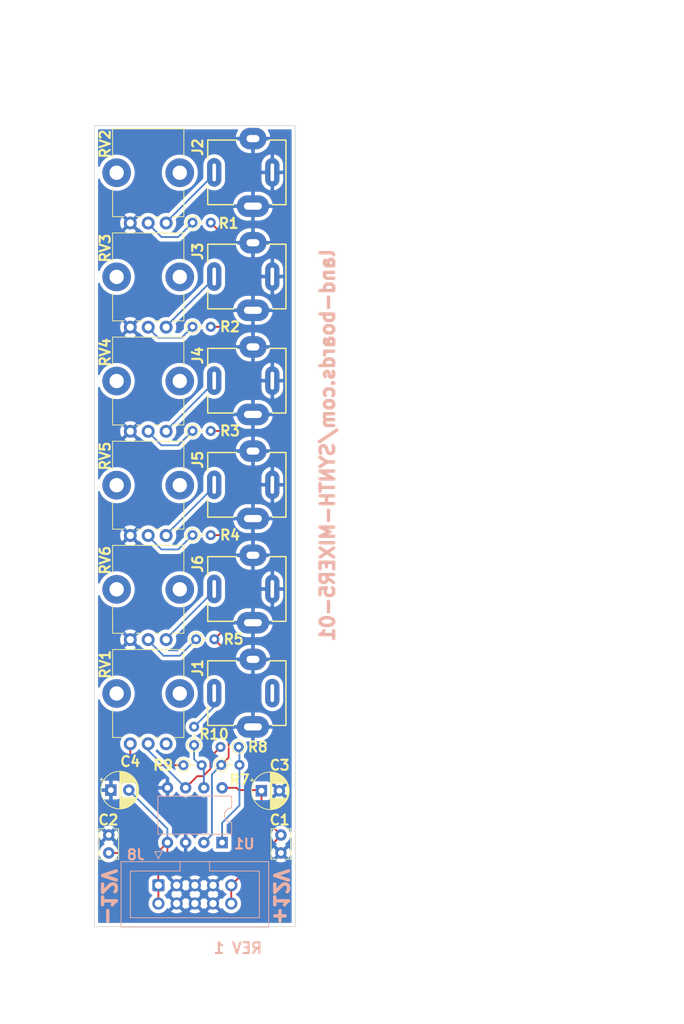
<source format=kicad_pcb>
(kicad_pcb (version 20211014) (generator pcbnew)
  (title_block (title "SYNTH-MIXER6-01") (date "2022-09-30") (rev "1") (company "LAND BOARDS, LLC"))
  (layers (0 "F.Cu" signal) (31 "B.Cu" signal) (34 "B.Paste" user) (35 "F.Paste" user) (36 "B.SilkS" user "B.Silkscreen") (37 "F.SilkS" user "F.Silkscreen") (38 "B.Mask" user) (39 "F.Mask" user) (44 "Edge.Cuts" user))
  (net 0 "")
  (net 1 "GND")
  (net 2 "/POTWIPER_4")
  (net 3 "/POTWIPER_3")
  (net 4 "/POTWIPER_2")
  (net 5 "/POTWIPER_5")
  (net 6 "+12V")
  (net 7 "-12V")
  (net 8 "/OUT")
  (net 9 "Net-(R7-Pad2)")
  (net 10 "/VOL2")
  (net 11 "/VOL1")
  (net 12 "/VSUM")
  (net 14 "/VO")
  (net 15 "/VI_1")
  (net 16 "/VI_2")
  (net 17 "/VI_3")
  (net 18 "/VI_4")
  (net 19 "/VI_5")
  (net 20 "/POTWIPER_1")
  (footprint "Potentiometer_THT:Potentiometer_Bourns_PTV09A-1_Single_Vertical" (layer "F.Cu") (at 11.1 65.55 90)
    (fp_text reference "RV5" (at 11.05 -8.502501 90) (layer "F.SilkS") (effects (font (size 1.397 1.397) (thickness 0.3048))))
    (fp_text value "10K")
    (pad "" np_thru_hole circle (at 7 1.9 90) (size 4 4) (drill 2) (layers *.Cu *.Mask))
    (pad "" np_thru_hole circle (at 7 -6.9 90) (size 4 4) (drill 2) (layers *.Cu *.Mask))
    (pad "1" thru_hole circle (at 0 0 90) (size 1.8 1.8) (drill 1) (layers *.Cu *.Mask) (net 18 "/VI_4"))
    (pad "2" thru_hole circle (at 0 -2.5 90) (size 1.8 1.8) (drill 1) (layers *.Cu *.Mask) (net 2 "/POTWIPER_4"))
    (pad "3" thru_hole circle (at 0 -5 90) (size 1.8 1.8) (drill 1) (layers *.Cu *.Mask) (net 1 "GND"))
  )
  (footprint "Resistor_THT:R_Axial_DIN0204_L3.6mm_D1.6mm_P2.54mm_Vertical" (layer "F.Cu") (at 14.78 65.5)
    (fp_text reference "R4" (at 5.22 0) (layer "F.SilkS") (effects (font (size 1.397 1.397) (thickness 0.3048))))
    (fp_text value "100K")
    (pad "1" thru_hole circle (at 0 0) (size 1.4 1.4) (drill 0.7) (layers *.Cu *.Mask) (net 2 "/POTWIPER_4"))
    (pad "2" thru_hole oval (at 2.54 0) (size 1.4 1.4) (drill 0.7) (layers *.Cu *.Mask) (net 12 "/VSUM"))
  )
  (footprint "Potentiometer_THT:Potentiometer_Bourns_PTV09A-1_Single_Vertical" (layer "F.Cu") (at 11.1 94.55 90)
    (fp_text reference "RV1" (at 11.05 -8.5 90) (layer "F.SilkS") (effects (font (size 1.397 1.397) (thickness 0.3048))))
    (fp_text value "10K")
    (pad "" np_thru_hole circle (at 7 1.9 90) (size 4 4) (drill 2) (layers *.Cu *.Mask))
    (pad "" np_thru_hole circle (at 7 -6.9 90) (size 4 4) (drill 2) (layers *.Cu *.Mask))
    (pad "1" thru_hole circle (at 0 0 90) (size 1.8 1.8) (drill 1) (layers *.Cu *.Mask))
    (pad "2" thru_hole circle (at 0 -2.5 90) (size 1.8 1.8) (drill 1) (layers *.Cu *.Mask) (net 10 "/VOL2"))
    (pad "3" thru_hole circle (at 0 -5 90) (size 1.8 1.8) (drill 1) (layers *.Cu *.Mask) (net 11 "/VOL1"))
  )
  (footprint "Potentiometer_THT:Potentiometer_Bourns_PTV09A-1_Single_Vertical" (layer "F.Cu") (at 11.1 36.55 90)
    (fp_text reference "RV3" (at 11 -8.5 90) (layer "F.SilkS") (effects (font (size 1.397 1.397) (thickness 0.3048))))
    (fp_text value "10K")
    (pad "" np_thru_hole circle (at 7 -6.9 90) (size 4 4) (drill 2) (layers *.Cu *.Mask))
    (pad "" np_thru_hole circle (at 7 1.9 90) (size 4 4) (drill 2) (layers *.Cu *.Mask))
    (pad "1" thru_hole circle (at 0 0 90) (size 1.8 1.8) (drill 1) (layers *.Cu *.Mask) (net 16 "/VI_2"))
    (pad "2" thru_hole circle (at 0 -2.5 90) (size 1.8 1.8) (drill 1) (layers *.Cu *.Mask) (net 4 "/POTWIPER_2"))
    (pad "3" thru_hole circle (at 0 -5 90) (size 1.8 1.8) (drill 1) (layers *.Cu *.Mask) (net 1 "GND"))
  )
  (footprint "Potentiometer_THT:Potentiometer_Bourns_PTV09A-1_Single_Vertical" (layer "F.Cu") (at 11.1 80.05 90)
    (fp_text reference "RV6" (at 11.05 -8.502501 90) (layer "F.SilkS") (effects (font (size 1.397 1.397) (thickness 0.3048))))
    (fp_text value "10K")
    (pad "" np_thru_hole circle (at 7 -6.9 90) (size 4 4) (drill 2) (layers *.Cu *.Mask))
    (pad "" np_thru_hole circle (at 7 1.9 90) (size 4 4) (drill 2) (layers *.Cu *.Mask))
    (pad "1" thru_hole circle (at 0 0 90) (size 1.8 1.8) (drill 1) (layers *.Cu *.Mask) (net 19 "/VI_5"))
    (pad "2" thru_hole circle (at 0 -2.5 90) (size 1.8 1.8) (drill 1) (layers *.Cu *.Mask) (net 5 "/POTWIPER_5"))
    (pad "3" thru_hole circle (at 0 -5 90) (size 1.8 1.8) (drill 1) (layers *.Cu *.Mask) (net 1 "GND"))
  )
  (footprint "AudioJacks:Jack_3.5mm_QingPu_WQP-PJ301BM_Vertical" (layer "F.Cu") (at 22.6 58.5 90)
    (fp_text reference "J5" (at 3.5 -7.1 90) (layer "F.SilkS") (effects (font (size 1.397 1.397) (thickness 0.3048))))
    (fp_text value "PJ-301BM")
    (pad "S" thru_hole oval locked (at -4.7 0.6 180) (size 4.5 3) (drill oval 2.5 1) (layers *.Cu *.Mask) (net 1 "GND"))
    (pad "S" thru_hole oval locked (at 4.7 0.6 180) (size 3.8 3) (drill oval 1.8 1) (layers *.Cu *.Mask) (net 1 "GND"))
    (pad "T" thru_hole oval locked (at 0 -4.8 90) (size 4 2) (drill oval 2.5 0.5) (layers *.Cu *.Mask) (net 18 "/VI_4"))
    (pad "TN" thru_hole oval locked (at 0 3.3 90) (size 4 2) (drill oval 2.5 0.5) (layers *.Cu *.Mask) (net 1 "GND"))
  )
  (footprint "AudioJacks:Jack_3.5mm_QingPu_WQP-PJ301BM_Vertical" (layer "F.Cu") (at 22.6 73 90)
    (fp_text reference "J6" (at 3.5 -7.1 90) (layer "F.SilkS") (effects (font (size 1.397 1.397) (thickness 0.3048))))
    (fp_text value "PJ-301BM")
    (pad "S" thru_hole oval locked (at -4.7 0.6 180) (size 4.5 3) (drill oval 2.5 1) (layers *.Cu *.Mask) (net 1 "GND"))
    (pad "S" thru_hole oval locked (at 4.7 0.6 180) (size 3.8 3) (drill oval 1.8 1) (layers *.Cu *.Mask) (net 1 "GND"))
    (pad "T" thru_hole oval locked (at 0 -4.8 90) (size 4 2) (drill oval 2.5 0.5) (layers *.Cu *.Mask) (net 19 "/VI_5"))
    (pad "TN" thru_hole oval locked (at 0 3.3 90) (size 4 2) (drill oval 2.5 0.5) (layers *.Cu *.Mask) (net 1 "GND"))
  )
  (footprint "Resistor_THT:R_Axial_DIN0204_L3.6mm_D1.6mm_P2.54mm_Vertical" (layer "F.Cu") (at 15 94.72 90)
    (fp_text reference "R10" (at 1.502 2.78) (layer "F.SilkS") (effects (font (size 1.397 1.397) (thickness 0.3048))))
    (fp_text value "1K")
    (pad "1" thru_hole circle (at 0 0 90) (size 1.4 1.4) (drill 0.7) (layers *.Cu *.Mask) (net 14 "/VO"))
    (pad "2" thru_hole oval (at 2.54 0 90) (size 1.4 1.4) (drill 0.7) (layers *.Cu *.Mask) (net 8 "/OUT"))
  )
  (footprint "Capacitor_THT:CP_Radial_D5.0mm_P2.50mm" (layer "F.Cu") (at 24.384 101.092)
    (fp_text reference "C3" (at 2.54 -3.556) (layer "F.SilkS") (effects (font (size 1.397 1.397) (thickness 0.3048))))
    (fp_text value "10uF")
    (pad "1" thru_hole rect (at 0 0) (size 1.6 1.6) (drill 0.8) (layers *.Cu *.Mask) (net 6 "+12V"))
    (pad "2" thru_hole circle (at 2.5 0) (size 1.6 1.6) (drill 0.8) (layers *.Cu *.Mask) (net 1 "GND"))
  )
  (footprint "Resistor_THT:R_Axial_DIN0204_L3.6mm_D1.6mm_P2.54mm_Vertical" (layer "F.Cu") (at 18.78 97.5)
    (fp_text reference "R7" (at 2.556 2.068) (layer "F.SilkS") (effects (font (size 1.397 1.397) (thickness 0.3048))))
    (fp_text value "100K")
    (pad "1" thru_hole circle (at 0 0) (size 1.4 1.4) (drill 0.7) (layers *.Cu *.Mask) (net 12 "/VSUM"))
    (pad "2" thru_hole oval (at 2.54 0) (size 1.4 1.4) (drill 0.7) (layers *.Cu *.Mask) (net 9 "Net-(R7-Pad2)"))
  )
  (footprint "Capacitor_THT:C_Rect_L4.0mm_W2.5mm_P2.50mm" (layer "F.Cu") (at 27.1 107.25 -90)
    (fp_text reference "C1" (at -2.094 0.176) (layer "F.SilkS") (effects (font (size 1.397 1.397) (thickness 0.3048))))
    (fp_text value "0.1uF")
    (pad "1" thru_hole circle (at 0 0 270) (size 1.6 1.6) (drill 0.8) (layers *.Cu *.Mask) (net 6 "+12V"))
    (pad "2" thru_hole circle (at 2.5 0 270) (size 1.6 1.6) (drill 0.8) (layers *.Cu *.Mask) (net 1 "GND"))
  )
  (footprint "Resistor_THT:R_Axial_DIN0204_L3.6mm_D1.6mm_P2.54mm_Vertical" (layer "F.Cu") (at 15.28 80)
    (fp_text reference "R5" (at 5.22 0) (layer "F.SilkS") (effects (font (size 1.397 1.397) (thickness 0.3048))))
    (fp_text value "100K")
    (pad "1" thru_hole circle (at 0 0) (size 1.4 1.4) (drill 0.7) (layers *.Cu *.Mask) (net 5 "/POTWIPER_5"))
    (pad "2" thru_hole oval (at 2.54 0) (size 1.4 1.4) (drill 0.7) (layers *.Cu *.Mask) (net 12 "/VSUM"))
  )
  (footprint "AudioJacks:Jack_3.5mm_QingPu_WQP-PJ301BM_Vertical" (layer "F.Cu") (at 22.6 15 90)
    (fp_text reference "J2" (at 3.5 -7.1 90) (layer "F.SilkS") (effects (font (size 1.397 1.397) (thickness 0.3048))))
    (fp_text value "PJ-301BM")
    (pad "S" thru_hole oval locked (at -4.7 0.6 180) (size 4.5 3) (drill oval 2.5 1) (layers *.Cu *.Mask) (net 1 "GND"))
    (pad "S" thru_hole oval locked (at 4.7 0.6 180) (size 3.8 3) (drill oval 1.8 1) (layers *.Cu *.Mask) (net 1 "GND"))
    (pad "T" thru_hole oval locked (at 0 -4.8 90) (size 4 2) (drill oval 2.5 0.5) (layers *.Cu *.Mask) (net 15 "/VI_1"))
    (pad "TN" thru_hole oval locked (at 0 3.3 90) (size 4 2) (drill oval 2.5 0.5) (layers *.Cu *.Mask) (net 1 "GND"))
  )
  (footprint "AudioJacks:Jack_3.5mm_QingPu_WQP-PJ301BM_Vertical" (layer "F.Cu") (at 22.6 87.5 90)
    (fp_text reference "J1" (at 3.5 -7.1 90) (layer "F.SilkS") (effects (font (size 1.397 1.397) (thickness 0.3048))))
    (fp_text value "PJ-301BM")
    (pad "S" thru_hole oval locked (at 4.7 0.6 180) (size 3.8 3) (drill oval 1.8 1) (layers *.Cu *.Mask) (net 1 "GND"))
    (pad "S" thru_hole oval locked (at -4.7 0.6 180) (size 4.5 3) (drill oval 2.5 1) (layers *.Cu *.Mask) (net 1 "GND"))
    (pad "T" thru_hole oval locked (at 0 -4.8 90) (size 4 2) (drill oval 2.5 0.5) (layers *.Cu *.Mask) (net 8 "/OUT"))
    (pad "TN" thru_hole oval locked (at 0 3.3 90) (size 4 2) (drill oval 2.5 0.5) (layers *.Cu *.Mask))
  )
  (footprint "Capacitor_THT:C_Rect_L4.0mm_W2.5mm_P2.50mm" (layer "F.Cu") (at 3.1 107.25 -90)
    (fp_text reference "C2" (at -2.094 0.052) (layer "F.SilkS") (effects (font (size 1.397 1.397) (thickness 0.3048))))
    (fp_text value "0.1uF")
    (pad "1" thru_hole circle (at 0 0 270) (size 1.6 1.6) (drill 0.8) (layers *.Cu *.Mask) (net 1 "GND"))
    (pad "2" thru_hole circle (at 2.5 0 270) (size 1.6 1.6) (drill 0.8) (layers *.Cu *.Mask) (net 7 "-12V"))
  )
  (footprint "Resistor_THT:R_Axial_DIN0204_L3.6mm_D1.6mm_P2.54mm_Vertical" (layer "F.Cu") (at 21.22 95 180)
    (fp_text reference "R8" (at -2.656 0) (layer "F.SilkS") (effects (font (size 1.397 1.397) (thickness 0.3048))))
    (fp_text value "22K")
    (pad "1" thru_hole circle (at 0 0 180) (size 1.4 1.4) (drill 0.7) (layers *.Cu *.Mask) (net 9 "Net-(R7-Pad2)"))
    (pad "2" thru_hole oval (at 2.54 0 180) (size 1.4 1.4) (drill 0.7) (layers *.Cu *.Mask) (net 10 "/VOL2"))
  )
  (footprint "Resistor_THT:R_Axial_DIN0204_L3.6mm_D1.6mm_P2.54mm_Vertical" (layer "F.Cu") (at 14.78 51)
    (fp_text reference "R3" (at 5.22 0) (layer "F.SilkS") (effects (font (size 1.397 1.397) (thickness 0.3048))))
    (fp_text value "100K")
    (pad "1" thru_hole circle (at 0 0) (size 1.4 1.4) (drill 0.7) (layers *.Cu *.Mask) (net 3 "/POTWIPER_3"))
    (pad "2" thru_hole oval (at 2.54 0) (size 1.4 1.4) (drill 0.7) (layers *.Cu *.Mask) (net 12 "/VSUM"))
  )
  (footprint "Resistor_THT:R_Axial_DIN0204_L3.6mm_D1.6mm_P2.54mm_Vertical" (layer "F.Cu") (at 13.512 97.536)
    (fp_text reference "R9" (at -2.844 0) (layer "F.SilkS") (effects (font (size 1.397 1.397) (thickness 0.3048))))
    (fp_text value "4.7K")
    (pad "1" thru_hole circle (at 0 0) (size 1.4 1.4) (drill 0.7) (layers *.Cu *.Mask) (net 11 "/VOL1"))
    (pad "2" thru_hole oval (at 2.54 0) (size 1.4 1.4) (drill 0.7) (layers *.Cu *.Mask) (net 14 "/VO"))
  )
  (footprint "AudioJacks:Jack_3.5mm_QingPu_WQP-PJ301BM_Vertical" (layer "F.Cu") (at 22.6 44 90)
    (fp_text reference "J4" (at 3.5 -7.1 90) (layer "F.SilkS") (effects (font (size 1.397 1.397) (thickness 0.3048))))
    (fp_text value "PJ-301BM")
    (pad "S" thru_hole oval locked (at -4.7 0.6 180) (size 4.5 3) (drill oval 2.5 1) (layers *.Cu *.Mask) (net 1 "GND"))
    (pad "S" thru_hole oval locked (at 4.7 0.6 180) (size 3.8 3) (drill oval 1.8 1) (layers *.Cu *.Mask) (net 1 "GND"))
    (pad "T" thru_hole oval locked (at 0 -4.8 90) (size 4 2) (drill oval 2.5 0.5) (layers *.Cu *.Mask) (net 17 "/VI_3"))
    (pad "TN" thru_hole oval locked (at 0 3.3 90) (size 4 2) (drill oval 2.5 0.5) (layers *.Cu *.Mask) (net 1 "GND"))
  )
  (footprint "Potentiometer_THT:Potentiometer_Bourns_PTV09A-1_Single_Vertical" (layer "F.Cu") (at 11.1 22.05 90)
    (fp_text reference "RV2" (at 11 -8.502501 90) (layer "F.SilkS") (effects (font (size 1.397 1.397) (thickness 0.3048))))
    (fp_text value "10K")
    (pad "" np_thru_hole circle (at 7 1.9 90) (size 4 4) (drill 2) (layers *.Cu *.Mask))
    (pad "" np_thru_hole circle (at 7 -6.9 90) (size 4 4) (drill 2) (layers *.Cu *.Mask))
    (pad "1" thru_hole circle (at 0 0 90) (size 1.8 1.8) (drill 1) (layers *.Cu *.Mask) (net 15 "/VI_1"))
    (pad "2" thru_hole circle (at 0 -2.5 90) (size 1.8 1.8) (drill 1) (layers *.Cu *.Mask) (net 20 "/POTWIPER_1"))
    (pad "3" thru_hole circle (at 0 -5 90) (size 1.8 1.8) (drill 1) (layers *.Cu *.Mask) (net 1 "GND"))
  )
  (footprint "Resistor_THT:R_Axial_DIN0204_L3.6mm_D1.6mm_P2.54mm_Vertical" (layer "F.Cu") (at 14.78 22)
    (fp_text reference "R1" (at 5.032 0.098) (layer "F.SilkS") (effects (font (size 1.397 1.397) (thickness 0.3048))))
    (fp_text value "100K")
    (pad "1" thru_hole circle (at 0 0) (size 1.4 1.4) (drill 0.7) (layers *.Cu *.Mask) (net 20 "/POTWIPER_1"))
    (pad "2" thru_hole oval (at 2.54 0) (size 1.4 1.4) (drill 0.7) (layers *.Cu *.Mask) (net 12 "/VSUM"))
  )
  (footprint "Potentiometer_THT:Potentiometer_Bourns_PTV09A-1_Single_Vertical" (layer "F.Cu") (at 11.1 51.05 90)
    (fp_text reference "RV4" (at 11 -8.5 90) (layer "F.SilkS") (effects (font (size 1.397 1.397) (thickness 0.3048))))
    (fp_text value "10K")
    (pad "" np_thru_hole circle (at 7 1.9 90) (size 4 4) (drill 2) (layers *.Cu *.Mask))
    (pad "" np_thru_hole circle (at 7 -6.9 90) (size 4 4) (drill 2) (layers *.Cu *.Mask))
    (pad "1" thru_hole circle (at 0 0 90) (size 1.8 1.8) (drill 1) (layers *.Cu *.Mask) (net 17 "/VI_3"))
    (pad "2" thru_hole circle (at 0 -2.5 90) (size 1.8 1.8) (drill 1) (layers *.Cu *.Mask) (net 3 "/POTWIPER_3"))
    (pad "3" thru_hole circle (at 0 -5 90) (size 1.8 1.8) (drill 1) (layers *.Cu *.Mask) (net 1 "GND"))
  )
  (footprint "Resistor_THT:R_Axial_DIN0204_L3.6mm_D1.6mm_P2.54mm_Vertical" (layer "F.Cu") (at 14.78 36.5)
    (fp_text reference "R2" (at 5.22 0) (layer "F.SilkS") (effects (font (size 1.397 1.397) (thickness 0.3048))))
    (fp_text value "100K")
    (pad "1" thru_hole circle (at 0 0) (size 1.4 1.4) (drill 0.7) (layers *.Cu *.Mask) (net 4 "/POTWIPER_2"))
    (pad "2" thru_hole oval (at 2.54 0) (size 1.4 1.4) (drill 0.7) (layers *.Cu *.Mask) (net 12 "/VSUM"))
  )
  (footprint "Capacitor_THT:CP_Radial_D5.0mm_P2.50mm" (layer "F.Cu") (at 3.394888 101)
    (fp_text reference "C4" (at 2.701112 -3.972) (layer "F.SilkS") (effects (font (size 1.397 1.397) (thickness 0.3048))))
    (fp_text value "10uF")
    (pad "1" thru_hole rect (at 0 0) (size 1.6 1.6) (drill 0.8) (layers *.Cu *.Mask) (net 1 "GND"))
    (pad "2" thru_hole circle (at 2.5 0) (size 1.6 1.6) (drill 0.8) (layers *.Cu *.Mask) (net 7 "-12V"))
  )
  (footprint "AudioJacks:Jack_3.5mm_QingPu_WQP-PJ301BM_Vertical" (layer "F.Cu") (at 22.6 29.5 90)
    (fp_text reference "J3" (at 3.5 -7.1 90) (layer "F.SilkS") (effects (font (size 1.397 1.397) (thickness 0.3048))))
    (fp_text value "PJ-301BM")
    (pad "S" thru_hole oval locked (at 4.7 0.6 180) (size 3.8 3) (drill oval 1.8 1) (layers *.Cu *.Mask) (net 1 "GND"))
    (pad "S" thru_hole oval locked (at -4.7 0.6 180) (size 4.5 3) (drill oval 2.5 1) (layers *.Cu *.Mask) (net 1 "GND"))
    (pad "T" thru_hole oval locked (at 0 -4.8 90) (size 4 2) (drill oval 2.5 0.5) (layers *.Cu *.Mask) (net 16 "/VI_2"))
    (pad "TN" thru_hole oval locked (at 0 3.3 90) (size 4 2) (drill oval 2.5 0.5) (layers *.Cu *.Mask) (net 1 "GND"))
  )
  (footprint "Connector_IDC:IDC-Header_2x05_P2.54mm_Vertical" (layer "B.Cu") (at 10.02 114.2475 -90)
    (fp_text reference "J8" (at -4.2475 3.17) (layer "B.SilkS") (effects (font (size 1.397 1.397) (thickness 0.3048)) (justify mirror)))
    (fp_text value "Conn_02x05")
    (pad "1" thru_hole roundrect (at 0 0 270) (size 1.7 1.7) (drill 1) (layers *.Cu *.Mask) (roundrect_rratio 0.1470588235) (net 7 "-12V"))
    (pad "2" thru_hole circle (at 2.54 0 270) (size 1.7 1.7) (drill 1) (layers *.Cu *.Mask) (net 7 "-12V"))
    (pad "3" thru_hole circle (at 0 -2.54 270) (size 1.7 1.7) (drill 1) (layers *.Cu *.Mask) (net 1 "GND"))
    (pad "4" thru_hole circle (at 2.54 -2.54 270) (size 1.7 1.7) (drill 1) (layers *.Cu *.Mask) (net 1 "GND"))
    (pad "5" thru_hole circle (at 0 -5.08 270) (size 1.7 1.7) (drill 1) (layers *.Cu *.Mask) (net 1 "GND"))
    (pad "6" thru_hole circle (at 2.54 -5.08 270) (size 1.7 1.7) (drill 1) (layers *.Cu *.Mask) (net 1 "GND"))
    (pad "7" thru_hole circle (at 0 -7.62 270) (size 1.7 1.7) (drill 1) (layers *.Cu *.Mask) (net 1 "GND"))
    (pad "8" thru_hole circle (at 2.54 -7.62 270) (size 1.7 1.7) (drill 1) (layers *.Cu *.Mask) (net 1 "GND"))
    (pad "9" thru_hole circle (at 0 -10.16 270) (size 1.7 1.7) (drill 1) (layers *.Cu *.Mask) (net 6 "+12V"))
    (pad "10" thru_hole circle (at 2.54 -10.16 270) (size 1.7 1.7) (drill 1) (layers *.Cu *.Mask) (net 6 "+12V"))
  )
  (footprint "Package_DIP:DIP-8_W7.62mm" (layer "B.Cu") (at 18.9 108.3 90)
    (fp_text reference "U1" (at -0.2 3.1) (layer "B.SilkS") (effects (font (size 1.397 1.397) (thickness 0.3048)) (justify mirror)))
    (fp_text value "TL072")
    (pad "1" thru_hole rect (at 0 0 90) (size 1.6 1.6) (drill 0.8) (layers *.Cu *.Mask) (net 9 "Net-(R7-Pad2)"))
    (pad "2" thru_hole oval (at 0 -2.54 90) (size 1.6 1.6) (drill 0.8) (layers *.Cu *.Mask) (net 12 "/VSUM"))
    (pad "3" thru_hole oval (at 0 -5.08 90) (size 1.6 1.6) (drill 0.8) (layers *.Cu *.Mask) (net 1 "GND"))
    (pad "4" thru_hole oval (at 0 -7.62 90) (size 1.6 1.6) (drill 0.8) (layers *.Cu *.Mask) (net 7 "-12V"))
    (pad "5" thru_hole oval (at 7.62 -7.62 90) (size 1.6 1.6) (drill 0.8) (layers *.Cu *.Mask) (net 1 "GND"))
    (pad "6" thru_hole oval (at 7.62 -5.08 90) (size 1.6 1.6) (drill 0.8) (layers *.Cu *.Mask) (net 10 "/VOL2"))
    (pad "7" thru_hole oval (at 7.62 -2.54 90) (size 1.6 1.6) (drill 0.8) (layers *.Cu *.Mask) (net 14 "/VO"))
    (pad "8" thru_hole oval (at 7.62 0 90) (size 1.6 1.6) (drill 0.8) (layers *.Cu *.Mask) (net 6 "+12V"))
  )
  (gr_rect (start 1.1 8.5) (end 29.1 120) (layer "Edge.Cuts") (width 0.1) (fill none))
  (gr_text "+12V" (at 27.1 120 270) (layer "B.SilkS") (effects (font (size 1.905 1.905) (thickness 0.47625)) (justify left mirror)))
  (gr_text "-12V" (at 3.1 120 270) (layer "B.SilkS") (effects (font (size 1.905 1.905) (thickness 0.47625)) (justify left mirror)))
  (gr_text "REV 1" (at 21.1 123) (layer "B.SilkS") (effects (font (size 1.5 1.5) (thickness 0.3)) (justify mirror)))
  (gr_text "land-boards.com/SYNTH-MIXER5-01" (at 33.600009 52.999996 90) (layer "B.SilkS") (effects (font (size 1.905 1.905) (thickness 0.47625)) (justify mirror)))
  (segment (start 8.5 65.55) (end 10.45 67.5) (width 0.25) (layer "B.Cu") (net 2))
  (segment (start 10.45 67.5) (end 12.78 67.5) (width 0.25) (layer "B.Cu") (net 2))
  (segment (start 12.78 67.5) (end 14.78 65.5) (width 0.25) (layer "B.Cu") (net 2))
  (segment (start 12.78 53) (end 14.78 51) (width 0.25) (layer "B.Cu") (net 3))
  (segment (start 8.5 51.05) (end 10.45 53) (width 0.25) (layer "B.Cu") (net 3))
  (segment (start 10.45 53) (end 12.78 53) (width 0.25) (layer "B.Cu") (net 3))
  (segment (start 13.28 38) (end 14.78 36.5) (width 0.25) (layer "B.Cu") (net 4))
  (segment (start 9.95 38) (end 13.28 38) (width 0.25) (layer "B.Cu") (net 4))
  (segment (start 8.5 36.55) (end 9.95 38) (width 0.25) (layer "B.Cu") (net 4))
  (segment (start 12.984 82.296) (end 15.28 80) (width 0.25) (layer "B.Cu") (net 5))
  (segment (start 8.5 80.05) (end 10.746 82.296) (width 0.25) (layer "B.Cu") (net 5))
  (segment (start 10.746 82.296) (end 12.984 82.296) (width 0.25) (layer "B.Cu") (net 5))
  (segment (start 20.924 100.68) (end 21.244 101) (width 0.25) (layer "F.Cu") (net 6))
  (segment (start 20.18 114.2475) (end 27.1 107.3275) (width 0.25) (layer "F.Cu") (net 6))
  (segment (start 18.9 100.68) (end 20.924 100.68) (width 0.25) (layer "F.Cu") (net 6))
  (segment (start 24.394888 101) (end 24.394888 104.544888) (width 0.25) (layer "F.Cu") (net 6))
  (segment (start 24.394888 104.544888) (end 27.1 107.25) (width 0.25) (layer "F.Cu") (net 6))
  (segment (start 20.18 116.7875) (end 20.18 114.2475) (width 0.25) (layer "F.Cu") (net 6))
  (segment (start 24.394888 101) (end 21.244 101) (width 0.25) (layer "F.Cu") (net 6))
  (segment (start 10 111.5) (end 10 114.2275) (width 0.25) (layer "F.Cu") (net 7))
  (segment (start 11.28 108.3) (end 11.28 110.22) (width 0.25) (layer "F.Cu") (net 7))
  (segment (start 10.02 114.2475) (end 10.02 116.7875) (width 0.25) (layer "F.Cu") (net 7))
  (segment (start 9.83 109.75) (end 11.28 108.3) (width 0.25) (layer "F.Cu") (net 7))
  (segment (start 3.1 109.75) (end 9.83 109.75) (width 0.25) (layer "F.Cu") (net 7))
  (segment (start 11.28 110.22) (end 10 111.5) (width 0.25) (layer "F.Cu") (net 7))
  (segment (start 11.28 106.385112) (end 5.894888 101) (width 0.25) (layer "B.Cu") (net 7))
  (segment (start 11.28 108.3) (end 11.28 106.385112) (width 0.25) (layer "B.Cu") (net 7))
  (segment (start 17.7 87.5) (end 17.7 89.48) (width 0.25) (layer "B.Cu") (net 8))
  (segment (start 17.7 89.48) (end 15 92.18) (width 0.25) (layer "B.Cu") (net 8))
  (segment (start 18.9 108.3) (end 18.9 105.56) (width 0.25) (layer "B.Cu") (net 9))
  (segment (start 18.9 105.56) (end 21.32 103.14) (width 0.25) (layer "B.Cu") (net 9))
  (segment (start 21.32 103.14) (end 21.32 97.5) (width 0.25) (layer "B.Cu") (net 9))
  (segment (start 21.32 97.5) (end 21.32 95.1) (width 0.25) (layer "B.Cu") (net 9))
  (segment (start 15.44 99.06) (end 16.256 99.06) (width 0.25) (layer "F.Cu") (net 10))
  (segment (start 13.82 100.68) (end 15.44 99.06) (width 0.25) (layer "F.Cu") (net 10))
  (segment (start 16.256 99.06) (end 17.272 98.044) (width 0.25) (layer "F.Cu") (net 10))
  (segment (start 17.272 96.408) (end 18.68 95) (width 0.25) (layer "F.Cu") (net 10))
  (segment (start 17.272 98.044) (end 17.272 96.408) (width 0.25) (layer "F.Cu") (net 10))
  (segment (start 13.82 100.68) (end 8.5 95.36) (width 0.25) (layer "B.Cu") (net 10))
  (segment (start 8.5 95.36) (end 8.5 94.55) (width 0.25) (layer "B.Cu") (net 10))
  (segment (start 6.1 94.55) (end 6.1 96.016) (width 0.25) (layer "F.Cu") (net 11))
  (segment (start 6.1 96.016) (end 7.62 97.536) (width 0.25) (layer "F.Cu") (net 11))
  (segment (start 7.62 97.536) (end 13.512 97.536) (width 0.25) (layer "F.Cu") (net 11))
  (segment (start 18.78 97.5) (end 19.812 96.468) (width 0.25) (layer "F.Cu") (net 12))
  (segment (start 19.812 78.008) (end 17.82 80) (width 0.25) (layer "F.Cu") (net 12))
  (segment (start 19.812 51.054) (end 19.812 65.532) (width 0.25) (layer "F.Cu") (net 12))
  (segment (start 17.32 51) (end 19.758 51) (width 0.25) (layer "F.Cu") (net 12))
  (segment (start 17.32 65.5) (end 19.78 65.5) (width 0.25) (layer "F.Cu") (net 12))
  (segment (start 17.32 22) (end 19.812 24.492) (width 0.25) (layer "F.Cu") (net 12))
  (segment (start 19.812 81.992) (end 17.82 80) (width 0.25) (layer "F.Cu") (net 12))
  (segment (start 19.812 36.576) (end 19.812 51.054) (width 0.25) (layer "F.Cu") (net 12))
  (segment (start 19.812 65.532) (end 19.812 78.008) (width 0.25) (layer "F.Cu") (net 12))
  (segment (start 17.32 36.5) (end 19.736 36.5) (width 0.25) (layer "F.Cu") (net 12))
  (segment (start 19.812 96.468) (end 19.812 81.992) (width 0.25) (layer "F.Cu") (net 12))
  (segment (start 19.78 65.5) (end 19.812 65.532) (width 0.25) (layer "F.Cu") (net 12))
  (segment (start 19.812 24.492) (end 19.812 36.576) (width 0.25) (layer "F.Cu") (net 12))
  (segment (start 19.758 51) (end 19.812 51.054) (width 0.25) (layer "F.Cu") (net 12))
  (segment (start 19.736 36.5) (end 19.812 36.576) (width 0.25) (layer "F.Cu") (net 12))
  (segment (start 17.484511 107.175489) (end 17.484511 98.795489) (width 0.25) (layer "B.Cu") (net 12))
  (segment (start 16.36 108.3) (end 17.484511 107.175489) (width 0.25) (layer "B.Cu") (net 12))
  (segment (start 17.484511 98.795489) (end 18.78 97.5) (width 0.25) (layer "B.Cu") (net 12))
  (segment (start 16.36 100.68) (end 16.36 98.04) (width 0.25) (layer "B.Cu") (net 14))
  (segment (start 15 94.72) (end 15 96.68) (width 0.25) (layer "B.Cu") (net 14))
  (segment (start 16.36 98.04) (end 15.82 97.5) (width 0.25) (layer "B.Cu") (net 14))
  (segment (start 15 96.68) (end 15.82 97.5) (width 0.25) (layer "B.Cu") (net 14))
  (segment (start 11 22.05) (end 17.7 15.35) (width 0.25) (layer "B.Cu") (net 15))
  (segment (start 11 36.55) (end 17.7 29.85) (width 0.25) (layer "B.Cu") (net 16))
  (segment (start 11 51.05) (end 17.7 44.35) (width 0.25) (layer "B.Cu") (net 17))
  (segment (start 11 65.55) (end 17.7 58.85) (width 0.25) (layer "B.Cu") (net 18))
  (segment (start 11 80.05) (end 17.7 73.35) (width 0.25) (layer "B.Cu") (net 19))
  (segment (start 10.45 24) (end 12.78 24) (width 0.25) (layer "B.Cu") (net 20))
  (segment (start 12.78 24) (end 14.78 22) (width 0.25) (layer "B.Cu") (net 20))
  (segment (start 8.5 22.05) (end 10.45 24) (width 0.25) (layer "B.Cu") (net 20))
  (zone (net 1) (net_name "GND") (layer "B.Cu") (connect_pads (clearance 0.508)) (min_thickness 0.254) (fill yes (thermal_gap 0.508) (thermal_bridge_width 0.508))
    (polygon (pts (xy 29 120) (xy 1 120) (xy 1 8.5) (xy 29 8.5)))
  )
)
</source>
